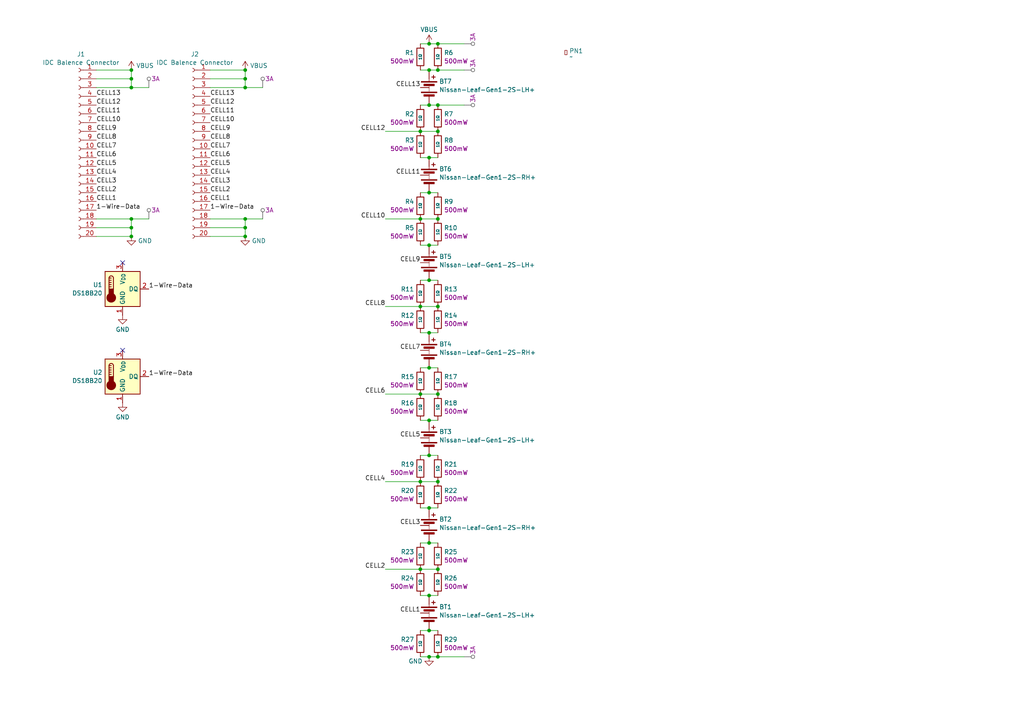
<source format=kicad_sch>
(kicad_sch (version 20250114) (generator "eeschema") (generator_version "9.0")
  (paper "A4")
  (title_block (title "Backplane - Balancing Version") (date "2025-04-28") (rev "1") (company "Chris Dirks"))
  (lib_symbols
    (symbol "Connector:Conn_01x20_Socket" (pin_names (offset 1.016) (hide yes))
      (property "Reference" "J" (at 0 25.4 0))
      (property "Value" "Conn_01x20_Socket" (at 0 -27.94 0))
      (symbol "Conn_01x20_Socket_1_1"
        (polyline (pts (xy -1.27 22.86) (xy -0.508 22.86)) (stroke (width 0.1524)))
        (polyline (pts (xy -1.27 20.32) (xy -0.508 20.32)) (stroke (width 0.1524)))
        (polyline (pts (xy -1.27 17.78) (xy -0.508 17.78)) (stroke (width 0.1524)))
        (polyline (pts (xy -1.27 15.24) (xy -0.508 15.24)) (stroke (width 0.1524)))
        (polyline (pts (xy -1.27 12.7) (xy -0.508 12.7)) (stroke (width 0.1524)))
        (polyline (pts (xy -1.27 10.16) (xy -0.508 10.16)) (stroke (width 0.1524)))
        (polyline (pts (xy -1.27 7.62) (xy -0.508 7.62)) (stroke (width 0.1524)))
        (polyline (pts (xy -1.27 5.08) (xy -0.508 5.08)) (stroke (width 0.1524)))
        (polyline (pts (xy -1.27 2.54) (xy -0.508 2.54)) (stroke (width 0.1524)))
        (polyline (pts (xy -1.27 0) (xy -0.508 0)) (stroke (width 0.1524)))
        (polyline (pts (xy -1.27 -2.54) (xy -0.508 -2.54)) (stroke (width 0.1524)))
        (polyline (pts (xy -1.27 -5.08) (xy -0.508 -5.08)) (stroke (width 0.1524)))
        (polyline (pts (xy -1.27 -7.62) (xy -0.508 -7.62)) (stroke (width 0.1524)))
        (polyline (pts (xy -1.27 -10.16) (xy -0.508 -10.16)) (stroke (width 0.1524)))
        (polyline (pts (xy -1.27 -12.7) (xy -0.508 -12.7)) (stroke (width 0.1524)))
        (polyline (pts (xy -1.27 -15.24) (xy -0.508 -15.24)) (stroke (width 0.1524)))
        (polyline (pts (xy -1.27 -17.78) (xy -0.508 -17.78)) (stroke (width 0.1524)))
        (polyline (pts (xy -1.27 -20.32) (xy -0.508 -20.32)) (stroke (width 0.1524)))
        (polyline (pts (xy -1.27 -22.86) (xy -0.508 -22.86)) (stroke (width 0.1524)))
        (polyline (pts (xy -1.27 -25.4) (xy -0.508 -25.4)) (stroke (width 0.1524)))
        (arc (start 0 22.352) (mid -0.5058 22.86) (end 0 23.368) (stroke (width 0.1524)))
        (arc (start 0 19.812) (mid -0.5058 20.32) (end 0 20.828) (stroke (width 0.1524)))
        (arc (start 0 17.272) (mid -0.5058 17.78) (end 0 18.288) (stroke (width 0.1524)))
        (arc (start 0 14.732) (mid -0.5058 15.24) (end 0 15.748) (stroke (width 0.1524)))
        (arc (start 0 12.192) (mid -0.5058 12.7) (end 0 13.208) (stroke (width 0.1524)))
        (arc (start 0 9.652) (mid -0.5058 10.16) (end 0 10.668) (stroke (width 0.1524)))
        (arc (start 0 7.112) (mid -0.5058 7.62) (end 0 8.128) (stroke (width 0.1524)))
        (arc (start 0 4.572) (mid -0.5058 5.08) (end 0 5.588) (stroke (width 0.1524)))
        (arc (start 0 2.032) (mid -0.5058 2.54) (end 0 3.048) (stroke (width 0.1524)))
        (arc (start 0 -0.508) (mid -0.5058 0) (end 0 0.508) (stroke (width 0.1524)))
        (arc (start 0 -3.048) (mid -0.5058 -2.54) (end 0 -2.032) (stroke (width 0.1524)))
        (arc (start 0 -5.588) (mid -0.5058 -5.08) (end 0 -4.572) (stroke (width 0.1524)))
        (arc (start 0 -8.128) (mid -0.5058 -7.62) (end 0 -7.112) (stroke (width 0.1524)))
        (arc (start 0 -10.668) (mid -0.5058 -10.16) (end 0 -9.652) (stroke (width 0.1524)))
        (arc (start 0 -13.208) (mid -0.5058 -12.7) (end 0 -12.192) (stroke (width 0.1524)))
        (arc (start 0 -15.748) (mid -0.5058 -15.24) (end 0 -14.732) (stroke (width 0.1524)))
        (arc (start 0 -18.288) (mid -0.5058 -17.78) (end 0 -17.272) (stroke (width 0.1524)))
        (arc (start 0 -20.828) (mid -0.5058 -20.32) (end 0 -19.812) (stroke (width 0.1524)))
        (arc (start 0 -23.368) (mid -0.5058 -22.86) (end 0 -22.352) (stroke (width 0.1524)))
        (arc (start 0 -25.908) (mid -0.5058 -25.4) (end 0 -24.892) (stroke (width 0.1524)))
        (pin passive line (at -5.08 22.86 0) (length 3.81) (name "Pin_1") (number "1"))
        (pin passive line (at -5.08 20.32 0) (length 3.81) (name "Pin_2") (number "2"))
        (pin passive line (at -5.08 17.78 0) (length 3.81) (name "Pin_3") (number "3"))
        (pin passive line (at -5.08 15.24 0) (length 3.81) (name "Pin_4") (number "4"))
        (pin passive line (at -5.08 12.7 0) (length 3.81) (name "Pin_5") (number "5"))
        (pin passive line (at -5.08 10.16 0) (length 3.81) (name "Pin_6") (number "6"))
        (pin passive line (at -5.08 7.62 0) (length 3.81) (name "Pin_7") (number "7"))
        (pin passive line (at -5.08 5.08 0) (length 3.81) (name "Pin_8") (number "8"))
        (pin passive line (at -5.08 2.54 0) (length 3.81) (name "Pin_9") (number "9"))
        (pin passive line (at -5.08 0 0) (length 3.81) (name "Pin_10") (number "10"))
        (pin passive line (at -5.08 -2.54 0) (length 3.81) (name "Pin_11") (number "11"))
        (pin passive line (at -5.08 -5.08 0) (length 3.81) (name "Pin_12") (number "12"))
        (pin passive line (at -5.08 -7.62 0) (length 3.81) (name "Pin_13") (number "13"))
        (pin passive line (at -5.08 -10.16 0) (length 3.81) (name "Pin_14") (number "14"))
        (pin passive line (at -5.08 -12.7 0) (length 3.81) (name "Pin_15") (number "15"))
        (pin passive line (at -5.08 -15.24 0) (length 3.81) (name "Pin_16") (number "16"))
        (pin passive line (at -5.08 -17.78 0) (length 3.81) (name "Pin_17") (number "17"))
        (pin passive line (at -5.08 -20.32 0) (length 3.81) (name "Pin_18") (number "18"))
        (pin passive line (at -5.08 -22.86 0) (length 3.81) (name "Pin_19") (number "19"))
        (pin passive line (at -5.08 -25.4 0) (length 3.81) (name "Pin_20") (number "20"))
      )
    )
    (symbol "Custom-Symbols:Nissan-Leaf-Gen1-2S-LH+" (pin_numbers (hide yes)) (pin_names (offset 0) (hide yes))
      (property "Reference" "BT" (at 2.54 2.54 0))
      (property "Value" "Nissan-Leaf-Gen1-2S-LH+" (at 2.54 0 0))
      (symbol "Nissan-Leaf-Gen1-2S-LH+_0_1"
        (rectangle (start -2.286 1.778) (end 2.286 1.524) (fill (type outline)))
        (rectangle (start -2.286 -1.27) (end 2.286 -1.524) (fill (type outline)))
        (rectangle (start -1.524 1.016) (end 1.524 0.508) (fill (type outline)))
        (rectangle (start -1.524 -2.032) (end 1.524 -2.54) (fill (type outline)))
        (polyline (pts (xy 0 1.778) (xy 0 2.54)))
        (polyline (pts (xy 0 0) (xy 0 0.254)))
        (polyline (pts (xy 0 -0.508) (xy 0 -0.254)))
        (polyline (pts (xy 0 -1.016) (xy 0 -0.762)))
        (polyline (pts (xy 0.762 3.048) (xy 1.778 3.048)) (stroke (width 0.254)))
        (polyline (pts (xy 1.27 3.556) (xy 1.27 2.54)) (stroke (width 0.254)))
      )
      (symbol "Nissan-Leaf-Gen1-2S-LH+_1_1"
        (pin passive line (at -2.54 0 0) (length 2.54) (name "-") (number "2"))
        (pin passive line (at 0 5.08 270) (length 2.54) (name "+") (number "1"))
        (pin passive line (at 0 -5.08 90) (length 2.54) (name "-") (number "3"))
      )
    )
    (symbol "Custom-Symbols:Nissan-Leaf-Gen1-2S-RH+" (pin_numbers (hide yes)) (pin_names (offset 0) (hide yes))
      (property "Reference" "BT" (at 2.54 2.54 0))
      (property "Value" "Nissan-Leaf-Gen1-2S-RH+" (at 2.54 0 0))
      (symbol "Nissan-Leaf-Gen1-2S-RH+_0_1"
        (rectangle (start -2.286 1.778) (end 2.286 1.524) (fill (type outline)))
        (rectangle (start -2.286 -1.27) (end 2.286 -1.524) (fill (type outline)))
        (rectangle (start -1.524 1.016) (end 1.524 0.508) (fill (type outline)))
        (rectangle (start -1.524 -2.032) (end 1.524 -2.54) (fill (type outline)))
        (polyline (pts (xy 0 1.778) (xy 0 2.54)))
        (polyline (pts (xy 0 0) (xy 0 0.254)))
        (polyline (pts (xy 0 -0.508) (xy 0 -0.254)))
        (polyline (pts (xy 0 -1.016) (xy 0 -0.762)))
        (polyline (pts (xy 0.762 3.048) (xy 1.778 3.048)) (stroke (width 0.254)))
        (polyline (pts (xy 1.27 3.556) (xy 1.27 2.54)) (stroke (width 0.254)))
      )
      (symbol "Nissan-Leaf-Gen1-2S-RH+_1_1"
        (pin passive line (at -2.54 0 0) (length 2.54) (name "-") (number "2"))
        (pin passive line (at 0 5.08 270) (length 2.54) (name "+") (number "1"))
        (pin passive line (at 0 -5.08 90) (length 2.54) (name "-") (number "3"))
      )
    )
    (symbol "PCM_JLCPCB-Manufacturing:Part Number, PCM_JLCPCB, 0.8x0.15mm"
      (property "Reference" "PN" (at 2.286 0 0))
      (symbol "Part Number, PCM_JLCPCB, 0.8x0.15mm_0_1"
        (rectangle (start 0 0.635) (end 0.635 -0.635))
      )
    )
    (symbol "PCM_JLCPCB-Resistors:1206,1Ω" (pin_numbers (hide yes)) (pin_names (offset 0))
      (property "Reference" "R" (at 1.778 0 0))
      (property "Value" "1Ω" (at 0 0 90))
      (symbol "1206,1Ω_0_1"
        (rectangle (start -1.016 2.54) (end 1.016 -2.54) (stroke (width 0.254)))
      )
      (symbol "1206,1Ω_1_1"
        (pin passive line (at 0 3.81 270) (length 1.27) (name "~") (number "1"))
        (pin passive line (at 0 -3.81 90) (length 1.27) (name "~") (number "2"))
      )
    )
    (symbol "Sensor_Temperature:DS18B20"
      (property "Reference" "U" (at -3.81 6.35 0))
      (property "Value" "DS18B20" (at 6.35 6.35 0))
      (symbol "DS18B20_0_1"
        (rectangle (start -5.08 5.08) (end 5.08 -5.08) (stroke (width 0.254)) (fill (type background)))
        (polyline (pts (xy -3.937 3.175) (xy -3.937 0)) (stroke (width 0.254)))
        (polyline (pts (xy -3.937 3.175) (xy -3.302 3.175)) (stroke (width 0.254)))
        (polyline (pts (xy -3.937 2.54) (xy -3.302 2.54)) (stroke (width 0.254)))
        (polyline (pts (xy -3.937 1.905) (xy -3.302 1.905)) (stroke (width 0.254)))
        (polyline (pts (xy -3.937 1.27) (xy -3.302 1.27)) (stroke (width 0.254)))
        (polyline (pts (xy -3.937 0.635) (xy -3.302 0.635)) (stroke (width 0.254)))
        (arc (start -3.937 3.175) (mid -3.302 3.8073) (end -2.667 3.175) (stroke (width 0.254)))
        (circle (center -3.302 -2.54) (radius 1.27) (stroke (width 0.254)) (fill (type outline)))
        (polyline (pts (xy -2.667 3.175) (xy -2.667 0)) (stroke (width 0.254)))
        (rectangle (start -2.667 -1.905) (end -3.937 0) (stroke (width 0.254)) (fill (type outline)))
      )
      (symbol "DS18B20_1_1"
        (pin power_in line (at 0 7.62 270) (length 2.54) (name "V_{DD}") (number "3"))
        (pin power_in line (at 0 -7.62 90) (length 2.54) (name "GND") (number "1"))
        (pin bidirectional line (at 7.62 0 180) (length 2.54) (name "DQ") (number "2"))
      )
    )
    (symbol "power:GND" (power) (pin_numbers (hide yes)) (pin_names (offset 0) (hide yes))
      (property "Value" "GND" (at 0 -3.81 0))
      (symbol "GND_0_1"
        (polyline (pts (xy 0 0) (xy 0 -1.27) (xy 1.27 -1.27) (xy 0 -2.54) (xy -1.27 -1.27) (xy 0 -1.27)))
      )
      (symbol "GND_1_1"
        (pin power_in line (at 0 0 270) (length 0) (name "~") (number "1"))
      )
    )
    (symbol "power:VBUS" (power) (pin_numbers (hide yes)) (pin_names (offset 0) (hide yes))
      (property "Value" "VBUS" (at 0 3.556 0))
      (symbol "VBUS_0_1"
        (polyline (pts (xy -0.762 1.27) (xy 0 2.54)))
        (polyline (pts (xy 0 2.54) (xy 0.762 1.27)))
        (polyline (pts (xy 0 0) (xy 0 2.54)))
      )
      (symbol "VBUS_1_1"
        (pin power_in line (at 0 0 90) (length 0) (name "~") (number "1"))
      )
    )
  )
  (junction (at 124.46 172.72))
  (junction (at 38.1 22.86))
  (junction (at 127 114.3))
  (junction (at 127 12.7))
  (junction (at 127 20.32))
  (junction (at 124.46 45.72))
  (junction (at 124.46 55.88))
  (junction (at 124.46 81.28))
  (junction (at 71.12 63.5))
  (junction (at 124.46 147.32))
  (junction (at 124.46 182.88))
  (junction (at 127 38.1))
  (junction (at 121.92 88.9))
  (junction (at 121.92 63.5))
  (junction (at 38.1 68.58))
  (junction (at 127 88.9))
  (junction (at 124.46 96.52))
  (junction (at 121.92 38.1))
  (junction (at 124.46 121.92))
  (junction (at 38.1 66.04))
  (junction (at 127 30.48))
  (junction (at 71.12 66.04))
  (junction (at 124.46 30.48))
  (junction (at 124.46 132.08))
  (junction (at 124.46 190.5))
  (junction (at 124.46 71.12))
  (junction (at 71.12 22.86))
  (junction (at 38.1 20.32))
  (junction (at 71.12 68.58))
  (junction (at 71.12 20.32))
  (junction (at 38.1 63.5))
  (junction (at 121.92 139.7))
  (junction (at 127 139.7))
  (junction (at 71.12 25.4))
  (junction (at 127 165.1))
  (junction (at 38.1 25.4))
  (junction (at 124.46 12.7))
  (junction (at 121.92 114.3))
  (junction (at 124.46 157.48))
  (junction (at 127 190.5))
  (junction (at 124.46 20.32))
  (junction (at 127 63.5))
  (junction (at 124.46 106.68))
  (junction (at 121.92 165.1))
  (no_connect (at 35.56 76.2))
  (no_connect (at 35.56 101.6))
  (wire (pts (xy 121.92 30.48) (xy 124.46 30.48)))
  (wire (pts (xy 38.1 66.04) (xy 38.1 68.58)))
  (wire (pts (xy 134.62 20.32) (xy 127 20.32)))
  (wire (pts (xy 124.46 81.28) (xy 127 81.28)))
  (wire (pts (xy 121.92 81.28) (xy 124.46 81.28)))
  (wire (pts (xy 124.46 20.32) (xy 127 20.32)))
  (wire (pts (xy 121.92 139.7) (xy 127 139.7)))
  (wire (pts (xy 71.12 63.5) (xy 71.12 66.04)))
  (wire (pts (xy 27.94 66.04) (xy 38.1 66.04)))
  (wire (pts (xy 60.96 25.4) (xy 71.12 25.4)))
  (wire (pts (xy 121.92 190.5) (xy 124.46 190.5)))
  (wire (pts (xy 111.76 114.3) (xy 121.92 114.3)))
  (wire (pts (xy 121.92 88.9) (xy 127 88.9)))
  (wire (pts (xy 38.1 22.86) (xy 38.1 20.32)))
  (wire (pts (xy 60.96 63.5) (xy 71.12 63.5)))
  (wire (pts (xy 124.46 106.68) (xy 127 106.68)))
  (wire (pts (xy 121.92 71.12) (xy 124.46 71.12)))
  (wire (pts (xy 60.96 68.58) (xy 71.12 68.58)))
  (wire (pts (xy 121.92 38.1) (xy 127 38.1)))
  (wire (pts (xy 27.94 20.32) (xy 38.1 20.32)))
  (wire (pts (xy 124.46 55.88) (xy 127 55.88)))
  (wire (pts (xy 27.94 25.4) (xy 38.1 25.4)))
  (wire (pts (xy 38.1 25.4) (xy 38.1 22.86)))
  (wire (pts (xy 121.92 147.32) (xy 124.46 147.32)))
  (wire (pts (xy 38.1 25.4) (xy 43.18 25.4)))
  (wire (pts (xy 124.46 190.5) (xy 127 190.5)))
  (wire (pts (xy 124.46 132.08) (xy 127 132.08)))
  (wire (pts (xy 124.46 12.7) (xy 121.92 12.7)))
  (wire (pts (xy 124.46 30.48) (xy 127 30.48)))
  (wire (pts (xy 71.12 22.86) (xy 71.12 20.32)))
  (wire (pts (xy 121.92 106.68) (xy 124.46 106.68)))
  (wire (pts (xy 124.46 12.7) (xy 127 12.7)))
  (wire (pts (xy 111.76 139.7) (xy 121.92 139.7)))
  (wire (pts (xy 121.92 63.5) (xy 127 63.5)))
  (wire (pts (xy 71.12 25.4) (xy 76.2 25.4)))
  (wire (pts (xy 27.94 63.5) (xy 38.1 63.5)))
  (wire (pts (xy 121.92 114.3) (xy 127 114.3)))
  (wire (pts (xy 111.76 38.1) (xy 121.92 38.1)))
  (wire (pts (xy 121.92 165.1) (xy 127 165.1)))
  (wire (pts (xy 124.46 45.72) (xy 127 45.72)))
  (wire (pts (xy 121.92 172.72) (xy 124.46 172.72)))
  (wire (pts (xy 71.12 25.4) (xy 71.12 22.86)))
  (wire (pts (xy 121.92 157.48) (xy 124.46 157.48)))
  (wire (pts (xy 124.46 71.12) (xy 127 71.12)))
  (wire (pts (xy 134.62 12.7) (xy 127 12.7)))
  (wire (pts (xy 71.12 63.5) (xy 76.2 63.5)))
  (wire (pts (xy 121.92 121.92) (xy 124.46 121.92)))
  (wire (pts (xy 27.94 68.58) (xy 38.1 68.58)))
  (wire (pts (xy 124.46 121.92) (xy 127 121.92)))
  (wire (pts (xy 111.76 165.1) (xy 121.92 165.1)))
  (wire (pts (xy 111.76 63.5) (xy 121.92 63.5)))
  (wire (pts (xy 60.96 66.04) (xy 71.12 66.04)))
  (wire (pts (xy 121.92 45.72) (xy 124.46 45.72)))
  (wire (pts (xy 111.76 88.9) (xy 121.92 88.9)))
  (wire (pts (xy 27.94 22.86) (xy 38.1 22.86)))
  (wire (pts (xy 124.46 157.48) (xy 127 157.48)))
  (wire (pts (xy 124.46 172.72) (xy 127 172.72)))
  (wire (pts (xy 60.96 20.32) (xy 71.12 20.32)))
  (wire (pts (xy 121.92 182.88) (xy 124.46 182.88)))
  (wire (pts (xy 124.46 96.52) (xy 127 96.52)))
  (wire (pts (xy 38.1 63.5) (xy 43.18 63.5)))
  (wire (pts (xy 134.62 190.5) (xy 127 190.5)))
  (wire (pts (xy 134.62 30.48) (xy 127 30.48)))
  (wire (pts (xy 124.46 182.88) (xy 127 182.88)))
  (wire (pts (xy 121.92 55.88) (xy 124.46 55.88)))
  (wire (pts (xy 121.92 20.32) (xy 124.46 20.32)))
  (wire (pts (xy 38.1 63.5) (xy 38.1 66.04)))
  (wire (pts (xy 60.96 22.86) (xy 71.12 22.86)))
  (wire (pts (xy 124.46 147.32) (xy 127 147.32)))
  (wire (pts (xy 71.12 66.04) (xy 71.12 68.58)))
  (wire (pts (xy 121.92 132.08) (xy 124.46 132.08)))
  (wire (pts (xy 121.92 96.52) (xy 124.46 96.52)))
  (label "CELL10" (at 111.76 63.5 180))
  (label "CELL1" (at 121.92 177.8 180))
  (label "CELL8" (at 27.94 40.64 0))
  (label "1-Wire-Data" (at 43.18 109.22 0))
  (label "CELL4" (at 60.96 50.8 0))
  (label "CELL12" (at 111.76 38.1 180))
  (label "CELL7" (at 27.94 43.18 0))
  (label "CELL9" (at 27.94 38.1 0))
  (label "CELL4" (at 111.76 139.7 180))
  (label "CELL6" (at 60.96 45.72 0))
  (label "CELL7" (at 121.92 101.6 180))
  (label "CELL10" (at 27.94 35.56 0))
  (label "CELL9" (at 121.92 76.2 180))
  (label "1-Wire-Data" (at 60.96 60.96 0))
  (label "CELL13" (at 27.94 27.94 0))
  (label "CELL2" (at 27.94 55.88 0))
  (label "CELL5" (at 27.94 48.26 0))
  (label "CELL8" (at 111.76 88.9 180))
  (label "CELL6" (at 27.94 45.72 0))
  (label "CELL10" (at 60.96 35.56 0))
  (label "CELL4" (at 27.94 50.8 0))
  (label "CELL13" (at 60.96 27.94 0))
  (label "CELL13" (at 121.92 25.4 180))
  (label "CELL12" (at 60.96 30.48 0))
  (label "CELL8" (at 60.96 40.64 0))
  (label "CELL1" (at 60.96 58.42 0))
  (label "CELL3" (at 121.92 152.4 180))
  (label "CELL9" (at 60.96 38.1 0))
  (label "CELL5" (at 60.96 48.26 0))
  (label "1-Wire-Data" (at 43.18 83.82 0))
  (label "CELL5" (at 121.92 127 180))
  (label "CELL11" (at 121.92 50.8 180))
  (label "CELL1" (at 27.94 58.42 0))
  (label "CELL2" (at 111.76 165.1 180))
  (label "CELL11" (at 27.94 33.02 0))
  (label "CELL2" (at 60.96 55.88 0))
  (label "CELL7" (at 60.96 43.18 0))
  (label "1-Wire-Data" (at 27.94 60.96 0))
  (label "CELL3" (at 27.94 53.34 0))
  (label "CELL11" (at 60.96 33.02 0))
  (label "CELL6" (at 111.76 114.3 180))
  (label "CELL3" (at 60.96 53.34 0))
  (label "CELL12" (at 27.94 30.48 0))
  (netclass_flag "" (length 2.54) (shape round) (at 76.2 63.5 0) (property "Netclass" "3A" (at 76.8985 60.96 0) (effects (justify left))))
  (netclass_flag "" (length 2.54) (shape round) (at 134.62 12.7 270) (property "Netclass" "3A" (at 137.16 12.0015 90) (effects (justify left))))
  (netclass_flag "" (length 2.54) (shape round) (at 43.18 63.5 0) (property "Netclass" "3A" (at 43.8785 60.96 0) (effects (justify left))))
  (netclass_flag "" (length 2.54) (shape round) (at 43.18 25.4 0) (property "Netclass" "3A" (at 43.8785 22.86 0) (effects (justify left))))
  (netclass_flag "" (length 2.54) (shape round) (at 134.62 190.5 270) (property "Netclass" "3A" (at 137.16 189.8015 90) (effects (justify left))))
  (netclass_flag "" (length 2.54) (shape round) (at 134.62 30.48 270) (property "Netclass" "3A" (at 137.16 29.7815 90) (effects (justify left))))
  (netclass_flag "" (length 2.54) (shape round) (at 134.62 20.32 270) (property "Netclass" "3A" (at 137.16 19.6215 90) (effects (justify left))))
  (netclass_flag "" (length 2.54) (shape round) (at 76.2 25.4 0) (property "Netclass" "3A" (at 76.8985 22.86 0) (effects (justify left))))
  (symbol (lib_id "PCM_JLCPCB-Resistors:1206,1Ω") (at 127 34.29 0) (unit 1)
    (property "Reference" "R7" (at 128.778 33.0778 0) (effects (justify left)))
    (property "Value" "1Ω" (at 127 34.29 90) (effects (font (size 0.8 0.8))))
    (property "Footprint" "PCM_JLCPCB:R_1206" (effects (hide yes)))
    (property "Resistance" "1Ω" (effects (hide yes)))
    (property "Power(Watts)" "500mW" (at 128.778 35.5021 0) (effects (justify left)))
  )
  (symbol (lib_id "PCM_JLCPCB-Resistors:1206,1Ω") (at 127 16.51 0) (unit 1)
    (property "Reference" "R6" (at 128.778 15.2978 0) (effects (justify left)))
    (property "Value" "1Ω" (at 127 16.51 90) (effects (font (size 0.8 0.8))))
    (property "Footprint" "PCM_JLCPCB:R_1206" (effects (hide yes)))
    (property "Resistance" "1Ω" (effects (hide yes)))
    (property "Power(Watts)" "500mW" (at 128.778 17.7221 0) (effects (justify left)))
  )
  (symbol (lib_id "Connector:Conn_01x20_Socket") (at 55.88 43.18 0) (mirror y) (unit 1)
    (property "Reference" "J2" (at 56.515 15.7183 0))
    (property "Value" "IDC Balence Connector" (at 56.515 18.1426 0))
    (property "Footprint" "Connector_IDC:IDC-Header_2x10_P2.54mm_Vertical" (effects (hide yes)))
    (property "Description" "Generic connector, single row, 01x20, script generated" (effects (hide yes)))
  )
  (symbol (lib_id "Custom-Symbols:Nissan-Leaf-Gen1-2S-LH+") (at 124.46 127 0) (unit 1)
    (property "Reference" "BT3" (at 127.381 125.2163 0) (effects (justify left)))
    (property "Value" "Nissan-Leaf-Gen1-2S-LH+" (at 127.381 127.6406 0) (effects (justify left)))
    (property "Footprint" "Custom-Footprints:Nissan-Leaf-Gen1-2S-LH+" (effects (hide yes)))
    (property "Description" "Multiple-cell battery" (effects (hide yes)))
  )
  (symbol (lib_id "PCM_JLCPCB-Resistors:1206,1Ω") (at 121.92 143.51 0) (unit 1)
    (property "Reference" "R20" (at 120.142 142.2978 0) (effects (justify right)))
    (property "Value" "1Ω" (at 121.92 143.51 90) (effects (font (size 0.8 0.8))))
    (property "Footprint" "PCM_JLCPCB:R_1206" (effects (hide yes)))
    (property "Resistance" "1Ω" (effects (hide yes)))
    (property "Power(Watts)" "500mW" (at 120.142 144.7221 0) (effects (justify right)))
  )
  (symbol (lib_id "Custom-Symbols:Nissan-Leaf-Gen1-2S-RH+") (at 124.46 101.6 0) (unit 1)
    (property "Reference" "BT4" (at 127.381 99.8163 0) (effects (justify left)))
    (property "Value" "Nissan-Leaf-Gen1-2S-RH+" (at 127.381 102.2406 0) (effects (justify left)))
    (property "Footprint" "Custom-Footprints:Nissan-Leaf-Gen1-2S-RH+" (effects (hide yes)))
    (property "Description" "Multiple-cell battery" (effects (hide yes)))
  )
  (symbol (lib_id "Custom-Symbols:Nissan-Leaf-Gen1-2S-LH+") (at 124.46 177.8 0) (unit 1)
    (property "Reference" "BT1" (at 127.381 176.0163 0) (effects (justify left)))
    (property "Value" "Nissan-Leaf-Gen1-2S-LH+" (at 127.381 178.4406 0) (effects (justify left)))
    (property "Footprint" "Custom-Footprints:Nissan-Leaf-Gen1-2S-LH+" (effects (hide yes)))
    (property "Description" "Multiple-cell battery" (effects (hide yes)))
  )
  (symbol (lib_id "PCM_JLCPCB-Resistors:1206,1Ω") (at 121.92 85.09 0) (unit 1)
    (property "Reference" "R11" (at 120.142 83.8778 0) (effects (justify right)))
    (property "Value" "1Ω" (at 121.92 85.09 90) (effects (font (size 0.8 0.8))))
    (property "Footprint" "PCM_JLCPCB:R_1206" (effects (hide yes)))
    (property "Resistance" "1Ω" (effects (hide yes)))
    (property "Power(Watts)" "500mW" (at 120.142 86.3021 0) (effects (justify right)))
  )
  (symbol (lib_id "PCM_JLCPCB-Resistors:1206,1Ω") (at 121.92 135.89 0) (unit 1)
    (property "Reference" "R19" (at 120.142 134.6778 0) (effects (justify right)))
    (property "Value" "1Ω" (at 121.92 135.89 90) (effects (font (size 0.8 0.8))))
    (property "Footprint" "PCM_JLCPCB:R_1206" (effects (hide yes)))
    (property "Resistance" "1Ω" (effects (hide yes)))
    (property "Power(Watts)" "500mW" (at 120.142 137.1021 0) (effects (justify right)))
  )
  (symbol (lib_id "Custom-Symbols:Nissan-Leaf-Gen1-2S-RH+") (at 124.46 50.8 0) (unit 1)
    (property "Reference" "BT6" (at 127.381 49.0163 0) (effects (justify left)))
    (property "Value" "Nissan-Leaf-Gen1-2S-RH+" (at 127.381 51.4406 0) (effects (justify left)))
    (property "Footprint" "Custom-Footprints:Nissan-Leaf-Gen1-2S-RH+" (effects (hide yes)))
    (property "Description" "Multiple-cell battery" (effects (hide yes)))
  )
  (symbol (lib_id "PCM_JLCPCB-Resistors:1206,1Ω") (at 127 168.91 0) (unit 1)
    (property "Reference" "R26" (at 128.778 167.6978 0) (effects (justify left)))
    (property "Value" "1Ω" (at 127 168.91 90) (effects (font (size 0.8 0.8))))
    (property "Footprint" "PCM_JLCPCB:R_1206" (effects (hide yes)))
    (property "Resistance" "1Ω" (effects (hide yes)))
    (property "Power(Watts)" "500mW" (at 128.778 170.1221 0) (effects (justify left)))
  )
  (symbol (lib_id "Connector:Conn_01x20_Socket") (at 22.86 43.18 0) (mirror y) (unit 1)
    (property "Reference" "J1" (at 23.495 15.7183 0))
    (property "Value" "IDC Balence Connector" (at 23.495 18.1426 0))
    (property "Footprint" "Connector_IDC:IDC-Header_2x10_P2.54mm_Vertical" (effects (hide yes)))
    (property "Description" "Generic connector, single row, 01x20, script generated" (effects (hide yes)))
  )
  (symbol (lib_id "PCM_JLCPCB-Resistors:1206,1Ω") (at 121.92 67.31 0) (unit 1)
    (property "Reference" "R5" (at 120.142 66.0978 0) (effects (justify right)))
    (property "Value" "1Ω" (at 121.92 67.31 90) (effects (font (size 0.8 0.8))))
    (property "Footprint" "PCM_JLCPCB:R_1206" (effects (hide yes)))
    (property "Resistance" "1Ω" (effects (hide yes)))
    (property "Power(Watts)" "500mW" (at 120.142 68.5221 0) (effects (justify right)))
  )
  (symbol (lib_id "Sensor_Temperature:DS18B20") (at 35.56 83.82 0) (unit 1)
    (property "Reference" "U1" (at 29.7181 82.6078 0) (effects (justify right)))
    (property "Value" "DS18B20" (at 29.7181 85.0321 0) (effects (justify right)))
    (property "Footprint" "Package_TO_SOT_THT:TO-92_Inline_Horizontal1" (effects (hide yes)))
    (property "Datasheet" "http://datasheets.maximintegrated.com/en/ds/DS18B20.pdf" (effects (hide yes)))
    (property "Description" "Programmable Resolution 1-Wire Digital Thermometer TO-92" (effects (hide yes)))
  )
  (symbol (lib_id "PCM_JLCPCB-Resistors:1206,1Ω") (at 127 143.51 0) (unit 1)
    (property "Reference" "R22" (at 128.778 142.2978 0) (effects (justify left)))
    (property "Value" "1Ω" (at 127 143.51 90) (effects (font (size 0.8 0.8))))
    (property "Footprint" "PCM_JLCPCB:R_1206" (effects (hide yes)))
    (property "Resistance" "1Ω" (effects (hide yes)))
    (property "Power(Watts)" "500mW" (at 128.778 144.7221 0) (effects (justify left)))
  )
  (symbol (lib_id "PCM_JLCPCB-Resistors:1206,1Ω") (at 127 135.89 0) (unit 1)
    (property "Reference" "R21" (at 128.778 134.6778 0) (effects (justify left)))
    (property "Value" "1Ω" (at 127 135.89 90) (effects (font (size 0.8 0.8))))
    (property "Footprint" "PCM_JLCPCB:R_1206" (effects (hide yes)))
    (property "Resistance" "1Ω" (effects (hide yes)))
    (property "Power(Watts)" "500mW" (at 128.778 137.1021 0) (effects (justify left)))
  )
  (symbol (lib_id "Custom-Symbols:Nissan-Leaf-Gen1-2S-LH+") (at 124.46 25.4 0) (unit 1)
    (property "Reference" "BT7" (at 127.381 23.6163 0) (effects (justify left)))
    (property "Value" "Nissan-Leaf-Gen1-2S-LH+" (at 127.381 26.0406 0) (effects (justify left)))
    (property "Footprint" "Custom-Footprints:Nissan-Leaf-Gen1-2S-LH+" (effects (hide yes)))
    (property "Description" "Multiple-cell battery" (effects (hide yes)))
  )
  (symbol (lib_id "PCM_JLCPCB-Resistors:1206,1Ω") (at 127 67.31 0) (unit 1)
    (property "Reference" "R10" (at 128.778 66.0978 0) (effects (justify left)))
    (property "Value" "1Ω" (at 127 67.31 90) (effects (font (size 0.8 0.8))))
    (property "Footprint" "PCM_JLCPCB:R_1206" (effects (hide yes)))
    (property "Resistance" "1Ω" (effects (hide yes)))
    (property "Power(Watts)" "500mW" (at 128.778 68.5221 0) (effects (justify left)))
  )
  (symbol (lib_id "Sensor_Temperature:DS18B20") (at 35.56 109.22 0) (unit 1)
    (property "Reference" "U2" (at 29.7181 108.0078 0) (effects (justify right)))
    (property "Value" "DS18B20" (at 29.7181 110.4321 0) (effects (justify right)))
    (property "Footprint" "Package_TO_SOT_THT:TO-92_Inline_Horizontal1" (effects (hide yes)))
    (property "Datasheet" "http://datasheets.maximintegrated.com/en/ds/DS18B20.pdf" (effects (hide yes)))
    (property "Description" "Programmable Resolution 1-Wire Digital Thermometer TO-92" (effects (hide yes)))
  )
  (symbol (lib_id "PCM_JLCPCB-Resistors:1206,1Ω") (at 121.92 34.29 0) (unit 1)
    (property "Reference" "R2" (at 120.142 33.0778 0) (effects (justify right)))
    (property "Value" "1Ω" (at 121.92 34.29 90) (effects (font (size 0.8 0.8))))
    (property "Footprint" "PCM_JLCPCB:R_1206" (effects (hide yes)))
    (property "Resistance" "1Ω" (effects (hide yes)))
    (property "Power(Watts)" "500mW" (at 120.142 35.5021 0) (effects (justify right)))
  )
  (symbol (lib_id "power:VBUS") (at 124.46 12.7 0) (unit 1)
    (property "Reference" "#PWR02" (effects (hide yes)))
    (property "Value" "VBUS" (at 124.46 8.5669 0))
    (property "Description" "Power symbol creates a global label with name \"VBUS\"" (effects (hide yes)))
  )
  (symbol (lib_id "PCM_JLCPCB-Resistors:1206,1Ω") (at 127 85.09 0) (unit 1)
    (property "Reference" "R13" (at 128.778 83.8778 0) (effects (justify left)))
    (property "Value" "1Ω" (at 127 85.09 90) (effects (font (size 0.8 0.8))))
    (property "Footprint" "PCM_JLCPCB:R_1206" (effects (hide yes)))
    (property "Resistance" "1Ω" (effects (hide yes)))
    (property "Power(Watts)" "500mW" (at 128.778 86.3021 0) (effects (justify left)))
  )
  (symbol (lib_id "PCM_JLCPCB-Resistors:1206,1Ω") (at 121.92 168.91 0) (unit 1)
    (property "Reference" "R24" (at 120.142 167.6978 0) (effects (justify right)))
    (property "Value" "1Ω" (at 121.92 168.91 90) (effects (font (size 0.8 0.8))))
    (property "Footprint" "PCM_JLCPCB:R_1206" (effects (hide yes)))
    (property "Resistance" "1Ω" (effects (hide yes)))
    (property "Power(Watts)" "500mW" (at 120.142 170.1221 0) (effects (justify right)))
  )
  (symbol (lib_id "PCM_JLCPCB-Resistors:1206,1Ω") (at 121.92 16.51 0) (unit 1)
    (property "Reference" "R1" (at 120.142 15.2978 0) (effects (justify right)))
    (property "Value" "1Ω" (at 121.92 16.51 90) (effects (font (size 0.8 0.8))))
    (property "Footprint" "PCM_JLCPCB:R_1206" (effects (hide yes)))
    (property "Resistance" "1Ω" (effects (hide yes)))
    (property "Power(Watts)" "500mW" (at 120.142 17.7221 0) (effects (justify right)))
  )
  (symbol (lib_id "power:GND") (at 35.56 91.44 0) (unit 1)
    (property "Reference" "#PWR07" (effects (hide yes)))
    (property "Value" "GND" (at 35.56 95.5731 0))
    (property "Description" "Power symbol creates a global label with name \"GND\" , ground" (effects (hide yes)))
  )
  (symbol (lib_id "PCM_JLCPCB-Resistors:1206,1Ω") (at 127 118.11 0) (unit 1)
    (property "Reference" "R18" (at 128.778 116.8978 0) (effects (justify left)))
    (property "Value" "1Ω" (at 127 118.11 90) (effects (font (size 0.8 0.8))))
    (property "Footprint" "PCM_JLCPCB:R_1206" (effects (hide yes)))
    (property "Resistance" "1Ω" (effects (hide yes)))
    (property "Power(Watts)" "500mW" (at 128.778 119.3221 0) (effects (justify left)))
  )
  (symbol (lib_id "PCM_JLCPCB-Resistors:1206,1Ω") (at 121.92 59.69 0) (unit 1)
    (property "Reference" "R4" (at 120.142 58.4778 0) (effects (justify right)))
    (property "Value" "1Ω" (at 121.92 59.69 90) (effects (font (size 0.8 0.8))))
    (property "Footprint" "PCM_JLCPCB:R_1206" (effects (hide yes)))
    (property "Resistance" "1Ω" (effects (hide yes)))
    (property "Power(Watts)" "500mW" (at 120.142 60.9021 0) (effects (justify right)))
  )
  (symbol (lib_id "PCM_JLCPCB-Resistors:1206,1Ω") (at 121.92 161.29 0) (unit 1)
    (property "Reference" "R23" (at 120.142 160.0778 0) (effects (justify right)))
    (property "Value" "1Ω" (at 121.92 161.29 90) (effects (font (size 0.8 0.8))))
    (property "Footprint" "PCM_JLCPCB:R_1206" (effects (hide yes)))
    (property "Resistance" "1Ω" (effects (hide yes)))
    (property "Power(Watts)" "500mW" (at 120.142 162.5021 0) (effects (justify right)))
  )
  (symbol (lib_id "power:GND") (at 38.1 68.58 0) (unit 1)
    (property "Reference" "#PWR014" (effects (hide yes)))
    (property "Value" "GND" (at 40.005 69.85 0) (effects (justify left)))
    (property "Description" "Power symbol creates a global label with name \"GND\" , ground" (effects (hide yes)))
  )
  (symbol (lib_id "PCM_JLCPCB-Resistors:1206,1Ω") (at 121.92 186.69 0) (unit 1)
    (property "Reference" "R27" (at 120.142 185.4778 0) (effects (justify right)))
    (property "Value" "1Ω" (at 121.92 186.69 90) (effects (font (size 0.8 0.8))))
    (property "Footprint" "PCM_JLCPCB:R_1206" (effects (hide yes)))
    (property "Resistance" "1Ω" (effects (hide yes)))
    (property "Power(Watts)" "500mW" (at 120.142 187.9021 0) (effects (justify right)))
  )
  (symbol (lib_id "PCM_JLCPCB-Resistors:1206,1Ω") (at 121.92 92.71 0) (unit 1)
    (property "Reference" "R12" (at 120.142 91.4978 0) (effects (justify right)))
    (property "Value" "1Ω" (at 121.92 92.71 90) (effects (font (size 0.8 0.8))))
    (property "Footprint" "PCM_JLCPCB:R_1206" (effects (hide yes)))
    (property "Resistance" "1Ω" (effects (hide yes)))
    (property "Power(Watts)" "500mW" (at 120.142 93.9221 0) (effects (justify right)))
  )
  (symbol (lib_id "Custom-Symbols:Nissan-Leaf-Gen1-2S-LH+") (at 124.46 76.2 0) (unit 1)
    (property "Reference" "BT5" (at 127.381 74.4163 0) (effects (justify left)))
    (property "Value" "Nissan-Leaf-Gen1-2S-LH+" (at 127.381 76.8406 0) (effects (justify left)))
    (property "Footprint" "Custom-Footprints:Nissan-Leaf-Gen1-2S-LH+" (effects (hide yes)))
    (property "Description" "Multiple-cell battery" (effects (hide yes)))
  )
  (symbol (lib_id "PCM_JLCPCB-Resistors:1206,1Ω") (at 127 41.91 0) (unit 1)
    (property "Reference" "R8" (at 128.778 40.6978 0) (effects (justify left)))
    (property "Value" "1Ω" (at 127 41.91 90) (effects (font (size 0.8 0.8))))
    (property "Footprint" "PCM_JLCPCB:R_1206" (effects (hide yes)))
    (property "Resistance" "1Ω" (effects (hide yes)))
    (property "Power(Watts)" "500mW" (at 128.778 43.1221 0) (effects (justify left)))
  )
  (symbol (lib_id "PCM_JLCPCB-Resistors:1206,1Ω") (at 121.92 110.49 0) (unit 1)
    (property "Reference" "R15" (at 120.142 109.2778 0) (effects (justify right)))
    (property "Value" "1Ω" (at 121.92 110.49 90) (effects (font (size 0.8 0.8))))
    (property "Footprint" "PCM_JLCPCB:R_1206" (effects (hide yes)))
    (property "Resistance" "1Ω" (effects (hide yes)))
    (property "Power(Watts)" "500mW" (at 120.142 111.7021 0) (effects (justify right)))
  )
  (symbol (lib_id "PCM_JLCPCB-Resistors:1206,1Ω") (at 127 161.29 0) (unit 1)
    (property "Reference" "R25" (at 128.778 160.0778 0) (effects (justify left)))
    (property "Value" "1Ω" (at 127 161.29 90) (effects (font (size 0.8 0.8))))
    (property "Footprint" "PCM_JLCPCB:R_1206" (effects (hide yes)))
    (property "Resistance" "1Ω" (effects (hide yes)))
    (property "Power(Watts)" "500mW" (at 128.778 162.5021 0) (effects (justify left)))
  )
  (symbol (lib_id "power:GND") (at 35.56 116.84 0) (unit 1)
    (property "Reference" "#PWR08" (effects (hide yes)))
    (property "Value" "GND" (at 35.56 120.9731 0))
    (property "Description" "Power symbol creates a global label with name \"GND\" , ground" (effects (hide yes)))
  )
  (symbol (lib_id "Custom-Symbols:Nissan-Leaf-Gen1-2S-RH+") (at 124.46 152.4 0) (unit 1)
    (property "Reference" "BT2" (at 127.381 150.6163 0) (effects (justify left)))
    (property "Value" "Nissan-Leaf-Gen1-2S-RH+" (at 127.381 153.0406 0) (effects (justify left)))
    (property "Footprint" "Custom-Footprints:Nissan-Leaf-Gen1-2S-RH+" (effects (hide yes)))
    (property "Description" "Multiple-cell battery" (effects (hide yes)))
  )
  (symbol (lib_id "PCM_JLCPCB-Resistors:1206,1Ω") (at 121.92 118.11 0) (unit 1)
    (property "Reference" "R16" (at 120.142 116.8978 0) (effects (justify right)))
    (property "Value" "1Ω" (at 121.92 118.11 90) (effects (font (size 0.8 0.8))))
    (property "Footprint" "PCM_JLCPCB:R_1206" (effects (hide yes)))
    (property "Resistance" "1Ω" (effects (hide yes)))
    (property "Power(Watts)" "500mW" (at 120.142 119.3221 0) (effects (justify right)))
  )
  (symbol (lib_id "PCM_JLCPCB-Manufacturing:Part Number, PCM_JLCPCB, 0.8x0.15mm") (at 163.83 15.24 0) (unit 1)
    (property "Reference" "PN1" (at 165.1 14.7708 0) (effects (justify left)))
    (property "Value" "~" (at 165.1 16.4522 0) (effects (justify left)))
    (property "Footprint" "PCM_JLCPCB:Part_Num_JLCPCB" (effects (hide yes)))
    (property "Datasheet" "https://jlcpcb.com/help/article/How-to-remove-order-number-from-your-PCB" (effects (hide yes)))
    (property "Description" "To indicate the location, simply add the text \"JLCJLCJLCJLC\" to the silk layer and select the \"Specify a location\" option when placing your order. Please note that if this option is not chosen, we may not notice that you have added the text.   Note: Use only \"JLCJLCJLCJLC\" without any additional characters. The font size should be larger than 0.8mm in height and 0.15mm in width." (effects (hide yes)))
  )
  (symbol (lib_id "PCM_JLCPCB-Resistors:1206,1Ω") (at 127 59.69 0) (unit 1)
    (property "Reference" "R9" (at 128.778 58.4778 0) (effects (justify left)))
    (property "Value" "1Ω" (at 127 59.69 90) (effects (font (size 0.8 0.8))))
    (property "Footprint" "PCM_JLCPCB:R_1206" (effects (hide yes)))
    (property "Resistance" "1Ω" (effects (hide yes)))
    (property "Power(Watts)" "500mW" (at 128.778 60.9021 0) (effects (justify left)))
  )
  (symbol (lib_id "power:GND") (at 71.12 68.58 0) (unit 1)
    (property "Reference" "#PWR016" (effects (hide yes)))
    (property "Value" "GND" (at 73.025 69.85 0) (effects (justify left)))
    (property "Description" "Power symbol creates a global label with name \"GND\" , ground" (effects (hide yes)))
  )
  (symbol (lib_id "power:VBUS") (at 38.1 20.32 0) (unit 1)
    (property "Reference" "#PWR013" (effects (hide yes)))
    (property "Value" "VBUS" (at 39.497 19.05 0) (effects (justify left)))
    (property "Description" "Power symbol creates a global label with name \"VBUS\"" (effects (hide yes)))
  )
  (symbol (lib_id "PCM_JLCPCB-Resistors:1206,1Ω") (at 127 92.71 0) (unit 1)
    (property "Reference" "R14" (at 128.778 91.4978 0) (effects (justify left)))
    (property "Value" "1Ω" (at 127 92.71 90) (effects (font (size 0.8 0.8))))
    (property "Footprint" "PCM_JLCPCB:R_1206" (effects (hide yes)))
    (property "Resistance" "1Ω" (effects (hide yes)))
    (property "Power(Watts)" "500mW" (at 128.778 93.9221 0) (effects (justify left)))
  )
  (symbol (lib_id "PCM_JLCPCB-Resistors:1206,1Ω") (at 127 110.49 0) (unit 1)
    (property "Reference" "R17" (at 128.778 109.2778 0) (effects (justify left)))
    (property "Value" "1Ω" (at 127 110.49 90) (effects (font (size 0.8 0.8))))
    (property "Footprint" "PCM_JLCPCB:R_1206" (effects (hide yes)))
    (property "Resistance" "1Ω" (effects (hide yes)))
    (property "Power(Watts)" "500mW" (at 128.778 111.7021 0) (effects (justify left)))
  )
  (symbol (lib_id "PCM_JLCPCB-Resistors:1206,1Ω") (at 127 186.69 0) (unit 1)
    (property "Reference" "R29" (at 128.778 185.4778 0) (effects (justify left)))
    (property "Value" "1Ω" (at 127 186.69 90) (effects (font (size 0.8 0.8))))
    (property "Footprint" "PCM_JLCPCB:R_1206" (effects (hide yes)))
    (property "Resistance" "1Ω" (effects (hide yes)))
    (property "Power(Watts)" "500mW" (at 128.778 187.9021 0) (effects (justify left)))
  )
  (symbol (lib_id "power:VBUS") (at 71.12 20.32 0) (unit 1)
    (property "Reference" "#PWR015" (effects (hide yes)))
    (property "Value" "VBUS" (at 72.517 19.05 0) (effects (justify left)))
    (property "Description" "Power symbol creates a global label with name \"VBUS\"" (effects (hide yes)))
  )
  (symbol (lib_id "power:GND") (at 124.46 190.5 0) (unit 1)
    (property "Reference" "#PWR01" (effects (hide yes)))
    (property "Value" "GND" (at 122.5551 191.77 0) (effects (justify right)))
    (property "Description" "Power symbol creates a global label with name \"GND\" , ground" (effects (hide yes)))
  )
  (symbol (lib_id "PCM_JLCPCB-Resistors:1206,1Ω") (at 121.92 41.91 0) (unit 1)
    (property "Reference" "R3" (at 120.142 40.6978 0) (effects (justify right)))
    (property "Value" "1Ω" (at 121.92 41.91 90) (effects (font (size 0.8 0.8))))
    (property "Footprint" "PCM_JLCPCB:R_1206" (effects (hide yes)))
    (property "Resistance" "1Ω" (effects (hide yes)))
    (property "Power(Watts)" "500mW" (at 120.142 43.1221 0) (effects (justify right)))
  )
)
</source>
